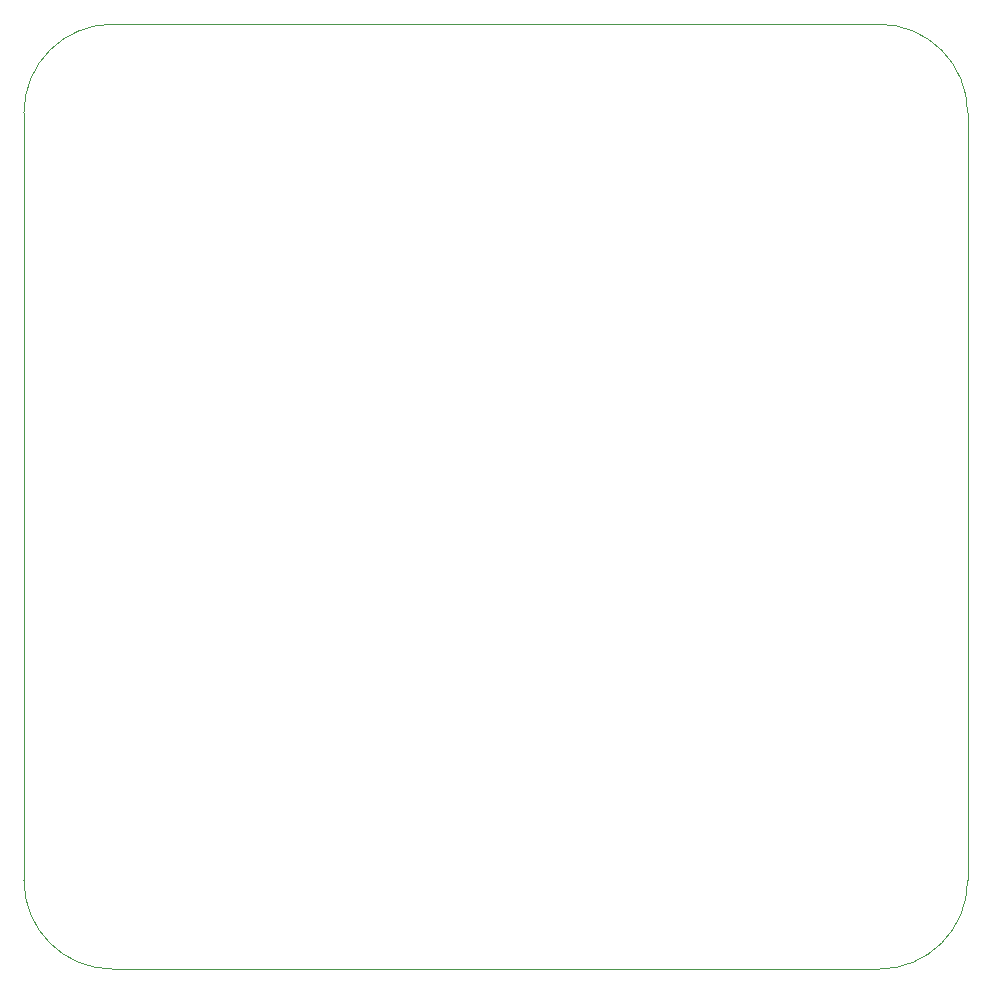
<source format=gbr>
%TF.GenerationSoftware,KiCad,Pcbnew,8.0.3*%
%TF.CreationDate,2025-02-14T19:05:39+05:30*%
%TF.ProjectId,Cyclohexane,4379636c-6f68-4657-9861-6e652e6b6963,rev?*%
%TF.SameCoordinates,Original*%
%TF.FileFunction,Profile,NP*%
%FSLAX46Y46*%
G04 Gerber Fmt 4.6, Leading zero omitted, Abs format (unit mm)*
G04 Created by KiCad (PCBNEW 8.0.3) date 2025-02-14 19:05:39*
%MOMM*%
%LPD*%
G01*
G04 APERTURE LIST*
%TA.AperFunction,Profile*%
%ADD10C,0.050000*%
%TD*%
G04 APERTURE END LIST*
D10*
X183580000Y-44000000D02*
X183580000Y-109000000D01*
X176080000Y-36500000D02*
G75*
G02*
X183580000Y-44000000I0J-7500000D01*
G01*
X183580000Y-109000000D02*
G75*
G02*
X176080000Y-116500000I-7500000J0D01*
G01*
X103680000Y-44000000D02*
G75*
G02*
X111180000Y-36500000I7500000J0D01*
G01*
X176080000Y-116500000D02*
X111180000Y-116500000D01*
X111180000Y-116500000D02*
G75*
G02*
X103680000Y-109000000I0J7500000D01*
G01*
X111180000Y-36500000D02*
X176080000Y-36500000D01*
X103680000Y-109000000D02*
X103680000Y-44000000D01*
M02*

</source>
